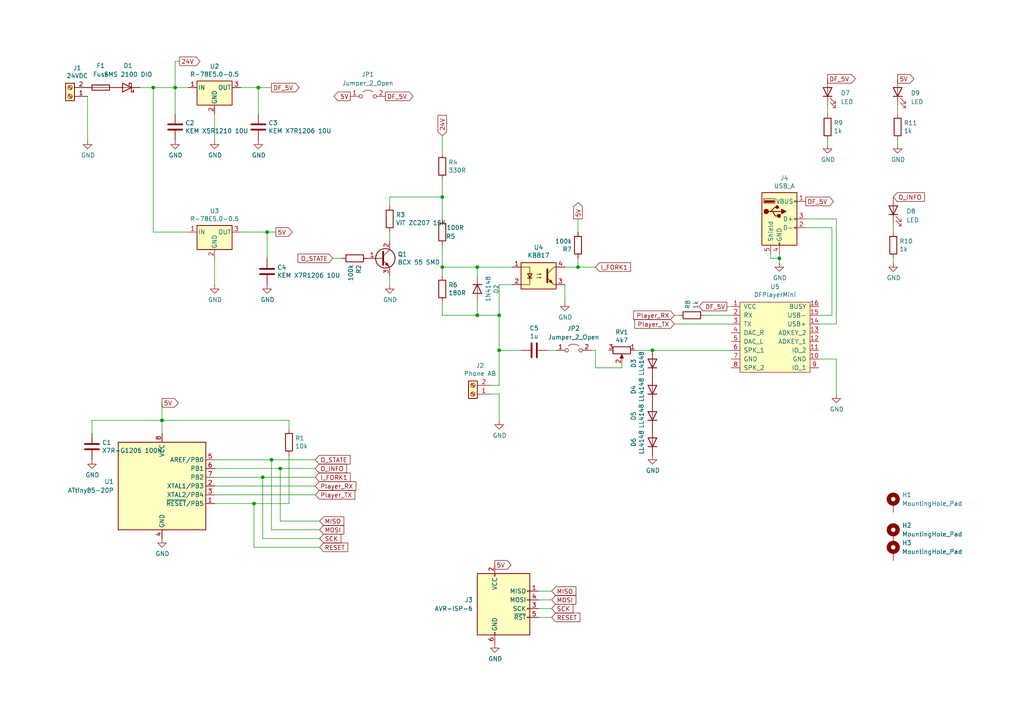
<source format=kicad_sch>
(kicad_sch (version 20211123) (generator eeschema)
  (paper "A4")
  (lib_symbols
    (symbol "Connector:AVR-ISP-6" (pin_names (offset 1.016))
      (property "Reference" "J" (at -6.35 11.43 0))
      (property "Value" "AVR-ISP-6" (at 0 11.43 0))
      (symbol "AVR-ISP-6_0_1"
        (rectangle (start -2.667 -6.858) (end -2.413 -7.62))
        (rectangle (start -2.667 10.16) (end -2.413 9.398))
        (rectangle (start 7.62 -2.413) (end 6.858 -2.667))
        (rectangle (start 7.62 0.127) (end 6.858 -0.127))
        (rectangle (start 7.62 2.667) (end 6.858 2.413))
        (rectangle (start 7.62 5.207) (end 6.858 4.953))
        (rectangle (start 7.62 10.16) (end -7.62 -7.62) (stroke (width 0.254)) (fill (type background)))
      )
      (symbol "AVR-ISP-6_1_1"
        (pin passive line (at 10.16 5.08 180) (length 2.54) (name "MISO") (number "1"))
        (pin passive line (at -2.54 12.7 270) (length 2.54) (name "VCC") (number "2"))
        (pin passive line (at 10.16 0 180) (length 2.54) (name "SCK") (number "3"))
        (pin passive line (at 10.16 2.54 180) (length 2.54) (name "MOSI") (number "4"))
        (pin passive line (at 10.16 -2.54 180) (length 2.54) (name "~{RST}") (number "5"))
        (pin passive line (at -2.54 -10.16 90) (length 2.54) (name "GND") (number "6"))
      )
    )
    (symbol "Connector:Screw_Terminal_01x02" (pin_names (offset 1.016) hide)
      (property "Reference" "J" (at 0 2.54 0))
      (property "Value" "Screw_Terminal_01x02" (at 0 -5.08 0))
      (symbol "Screw_Terminal_01x02_1_1"
        (rectangle (start -1.27 1.27) (end 1.27 -3.81) (stroke (width 0.254)) (fill (type background)))
        (circle (center 0 -2.54) (radius 0.635) (stroke (width 0.1524)))
        (polyline (pts (xy -0.5334 -2.2098) (xy 0.3302 -3.048)) (stroke (width 0.1524)))
        (polyline (pts (xy -0.5334 0.3302) (xy 0.3302 -0.508)) (stroke (width 0.1524)))
        (polyline (pts (xy -0.3556 -2.032) (xy 0.508 -2.8702)) (stroke (width 0.1524)))
        (polyline (pts (xy -0.3556 0.508) (xy 0.508 -0.3302)) (stroke (width 0.1524)))
        (circle (center 0 0) (radius 0.635) (stroke (width 0.1524)))
        (pin passive line (at -5.08 0 0) (length 3.81) (name "Pin_1") (number "1"))
        (pin passive line (at -5.08 -2.54 0) (length 3.81) (name "Pin_2") (number "2"))
      )
    )
    (symbol "Connector:USB_A" (pin_names (offset 1.016))
      (property "Reference" "J" (at -5.08 11.43 0))
      (property "Value" "USB_A" (at -5.08 8.89 0))
      (symbol "USB_A_0_1"
        (rectangle (start -5.08 -7.62) (end 5.08 7.62) (stroke (width 0.254)) (fill (type background)))
        (circle (center -3.81 2.159) (radius 0.635) (stroke (width 0.254)) (fill (type outline)))
        (rectangle (start -1.524 4.826) (end -4.318 5.334) (fill (type outline)))
        (rectangle (start -1.27 4.572) (end -4.572 5.842))
        (circle (center -0.635 3.429) (radius 0.381) (stroke (width 0.254)) (fill (type outline)))
        (rectangle (start -0.127 -7.62) (end 0.127 -6.858))
        (polyline (pts (xy -3.175 2.159) (xy -2.54 2.159) (xy -1.27 3.429) (xy -0.635 3.429)) (stroke (width 0.254)))
        (polyline (pts (xy -2.54 2.159) (xy -1.905 2.159) (xy -1.27 0.889) (xy 0 0.889)) (stroke (width 0.254)))
        (polyline (pts (xy 0.635 2.794) (xy 0.635 1.524) (xy 1.905 2.159) (xy 0.635 2.794)) (stroke (width 0.254)) (fill (type outline)))
        (rectangle (start 0.254 1.27) (end -0.508 0.508) (stroke (width 0.254)) (fill (type outline)))
        (rectangle (start 5.08 -2.667) (end 4.318 -2.413))
        (rectangle (start 5.08 -0.127) (end 4.318 0.127))
        (rectangle (start 5.08 4.953) (end 4.318 5.207))
      )
      (symbol "USB_A_1_1"
        (polyline (pts (xy -1.905 2.159) (xy 0.635 2.159)) (stroke (width 0.254)))
        (pin power_in line (at 7.62 5.08 180) (length 2.54) (name "VBUS") (number "1"))
        (pin bidirectional line (at 7.62 -2.54 180) (length 2.54) (name "D-") (number "2"))
        (pin bidirectional line (at 7.62 0 180) (length 2.54) (name "D+") (number "3"))
        (pin power_in line (at 0 -10.16 90) (length 2.54) (name "GND") (number "4"))
        (pin passive line (at -2.54 -10.16 90) (length 2.54) (name "Shield") (number "5"))
      )
    )
    (symbol "Device:C" (pin_numbers hide) (pin_names (offset 0.254))
      (property "Reference" "C" (at 0.635 2.54 0))
      (property "Value" "C" (at 0.635 -2.54 0))
      (symbol "C_0_1"
        (polyline (pts (xy -2.032 -0.762) (xy 2.032 -0.762)) (stroke (width 0.508)))
        (polyline (pts (xy -2.032 0.762) (xy 2.032 0.762)) (stroke (width 0.508)))
      )
      (symbol "C_1_1"
        (pin passive line (at 0 3.81 270) (length 2.794) (name "~") (number "1"))
        (pin passive line (at 0 -3.81 90) (length 2.794) (name "~") (number "2"))
      )
    )
    (symbol "Device:D_Schottky" (pin_numbers hide) (pin_names (offset 1.016) hide)
      (property "Reference" "D" (at 0 2.54 0))
      (property "Value" "D_Schottky" (at 0 -2.54 0))
      (symbol "D_Schottky_0_1"
        (polyline (pts (xy 1.27 0) (xy -1.27 0)))
        (polyline (pts (xy 1.27 1.27) (xy 1.27 -1.27) (xy -1.27 0) (xy 1.27 1.27)) (stroke (width 0.254)))
        (polyline (pts (xy -1.905 0.635) (xy -1.905 1.27) (xy -1.27 1.27) (xy -1.27 -1.27) (xy -0.635 -1.27) (xy -0.635 -0.635)) (stroke (width 0.254)))
      )
      (symbol "D_Schottky_1_1"
        (pin passive line (at -3.81 0 0) (length 2.54) (name "K") (number "1"))
        (pin passive line (at 3.81 0 180) (length 2.54) (name "A") (number "2"))
      )
    )
    (symbol "Device:Fuse" (pin_numbers hide) (pin_names (offset 0))
      (property "Reference" "F" (at 2.032 0 90))
      (property "Value" "Fuse" (at -1.905 0 90))
      (symbol "Fuse_0_1"
        (rectangle (start -0.762 -2.54) (end 0.762 2.54) (stroke (width 0.254)))
        (polyline (pts (xy 0 2.54) (xy 0 -2.54)))
      )
      (symbol "Fuse_1_1"
        (pin passive line (at 0 3.81 270) (length 1.27) (name "~") (number "1"))
        (pin passive line (at 0 -3.81 90) (length 1.27) (name "~") (number "2"))
      )
    )
    (symbol "Device:LED" (pin_numbers hide) (pin_names (offset 1.016) hide)
      (property "Reference" "D" (at 0 2.54 0))
      (property "Value" "LED" (at 0 -2.54 0))
      (symbol "LED_0_1"
        (polyline (pts (xy -1.27 -1.27) (xy -1.27 1.27)) (stroke (width 0.254)))
        (polyline (pts (xy -1.27 0) (xy 1.27 0)))
        (polyline (pts (xy 1.27 -1.27) (xy 1.27 1.27) (xy -1.27 0) (xy 1.27 -1.27)) (stroke (width 0.254)))
        (polyline (pts (xy -3.048 -0.762) (xy -4.572 -2.286) (xy -3.81 -2.286) (xy -4.572 -2.286) (xy -4.572 -1.524)))
        (polyline (pts (xy -1.778 -0.762) (xy -3.302 -2.286) (xy -2.54 -2.286) (xy -3.302 -2.286) (xy -3.302 -1.524)))
      )
      (symbol "LED_1_1"
        (pin passive line (at -3.81 0 0) (length 2.54) (name "K") (number "1"))
        (pin passive line (at 3.81 0 180) (length 2.54) (name "A") (number "2"))
      )
    )
    (symbol "Device:R" (pin_numbers hide) (pin_names (offset 0))
      (property "Reference" "R" (at 2.032 0 90))
      (property "Value" "R" (at 0 0 90))
      (symbol "R_0_1"
        (rectangle (start -1.016 -2.54) (end 1.016 2.54) (stroke (width 0.254)))
      )
      (symbol "R_1_1"
        (pin passive line (at 0 3.81 270) (length 1.27) (name "~") (number "1"))
        (pin passive line (at 0 -3.81 90) (length 1.27) (name "~") (number "2"))
      )
    )
    (symbol "Device:R_POT" (pin_names (offset 1.016) hide)
      (property "Reference" "RV" (at -4.445 0 90))
      (property "Value" "Device_R_POT" (at -2.54 0 90))
      (symbol "R_POT_0_1"
        (polyline (pts (xy 2.54 0) (xy 1.524 0)))
        (polyline (pts (xy 1.143 0) (xy 2.286 0.508) (xy 2.286 -0.508) (xy 1.143 0)) (fill (type outline)))
        (rectangle (start 1.016 2.54) (end -1.016 -2.54) (stroke (width 0.254)))
      )
      (symbol "R_POT_1_1"
        (pin passive line (at 0 3.81 270) (length 1.27) (name "1") (number "1"))
        (pin passive line (at 3.81 0 180) (length 1.27) (name "2") (number "2"))
        (pin passive line (at 0 -3.81 90) (length 1.27) (name "3") (number "3"))
      )
    )
    (symbol "Diode:1N4148" (pin_numbers hide) (pin_names (offset 1.016) hide)
      (property "Reference" "D" (at 0 2.54 0))
      (property "Value" "1N4148" (at 0 -2.54 0))
      (symbol "1N4148_0_1"
        (polyline (pts (xy -1.27 1.27) (xy -1.27 -1.27)) (stroke (width 0.254)))
        (polyline (pts (xy 1.27 0) (xy -1.27 0)))
        (polyline (pts (xy 1.27 1.27) (xy 1.27 -1.27) (xy -1.27 0) (xy 1.27 1.27)) (stroke (width 0.254)))
      )
      (symbol "1N4148_1_1"
        (pin passive line (at -3.81 0 0) (length 2.54) (name "K") (number "1"))
        (pin passive line (at 3.81 0 180) (length 2.54) (name "A") (number "2"))
      )
    )
    (symbol "Isolator:SFH617A-1" (pin_names (offset 1.016))
      (property "Reference" "U" (at -5.08 5.08 0))
      (property "Value" "SFH617A-1" (at 0 5.08 0))
      (symbol "SFH617A-1_0_1"
        (rectangle (start -5.08 3.81) (end 5.08 -3.81) (stroke (width 0.254)) (fill (type background)))
        (polyline (pts (xy -3.175 -0.635) (xy -1.905 -0.635)) (stroke (width 0.254)))
        (polyline (pts (xy 2.54 0.635) (xy 4.445 2.54)))
        (polyline (pts (xy 4.445 -2.54) (xy 2.54 -0.635)) (fill (type outline)))
        (polyline (pts (xy 4.445 -2.54) (xy 5.08 -2.54)))
        (polyline (pts (xy 4.445 2.54) (xy 5.08 2.54)))
        (polyline (pts (xy -2.54 -0.635) (xy -2.54 -2.54) (xy -5.08 -2.54)))
        (polyline (pts (xy 2.54 1.905) (xy 2.54 -1.905) (xy 2.54 -1.905)) (stroke (width 0.508)))
        (polyline (pts (xy -5.08 2.54) (xy -2.54 2.54) (xy -2.54 -1.27) (xy -2.54 0.635)))
        (polyline (pts (xy -2.54 -0.635) (xy -3.175 0.635) (xy -1.905 0.635) (xy -2.54 -0.635)) (stroke (width 0.254)))
        (polyline (pts (xy -0.508 -0.508) (xy 0.762 -0.508) (xy 0.381 -0.635) (xy 0.381 -0.381) (xy 0.762 -0.508)))
        (polyline (pts (xy -0.508 0.508) (xy 0.762 0.508) (xy 0.381 0.381) (xy 0.381 0.635) (xy 0.762 0.508)))
        (polyline (pts (xy 3.048 -1.651) (xy 3.556 -1.143) (xy 4.064 -2.159) (xy 3.048 -1.651) (xy 3.048 -1.651)) (fill (type outline)))
      )
      (symbol "SFH617A-1_1_1"
        (pin passive line (at -7.62 2.54 0) (length 2.54) (name "~") (number "1"))
        (pin passive line (at -7.62 -2.54 0) (length 2.54) (name "~") (number "2"))
        (pin passive line (at 7.62 -2.54 180) (length 2.54) (name "~") (number "3"))
        (pin passive line (at 7.62 2.54 180) (length 2.54) (name "~") (number "4"))
      )
    )
    (symbol "Jumper:Jumper_2_Open" (pin_names (offset 0) hide)
      (property "Reference" "JP" (at 0 2.794 0))
      (property "Value" "Jumper_2_Open" (at 0 -2.286 0))
      (symbol "Jumper_2_Open_0_0"
        (circle (center -2.032 0) (radius 0.508))
        (circle (center 2.032 0) (radius 0.508))
      )
      (symbol "Jumper_2_Open_0_1"
        (arc (start 1.524 1.27) (mid 0 1.778) (end -1.524 1.27))
      )
      (symbol "Jumper_2_Open_1_1"
        (pin passive line (at -5.08 0 0) (length 2.54) (name "A") (number "1"))
        (pin passive line (at 5.08 0 180) (length 2.54) (name "B") (number "2"))
      )
    )
    (symbol "MCU_Microchip_ATtiny:ATtiny85-20P"
      (property "Reference" "U" (at -12.7 13.97 0))
      (property "Value" "ATtiny85-20P" (at 2.54 -13.97 0))
      (symbol "ATtiny85-20P_0_1"
        (rectangle (start -12.7 -12.7) (end 12.7 12.7) (stroke (width 0.254)) (fill (type background)))
      )
      (symbol "ATtiny85-20P_1_1"
        (pin bidirectional line (at 15.24 -5.08 180) (length 2.54) (name "~{RESET}/PB5") (number "1"))
        (pin bidirectional line (at 15.24 0 180) (length 2.54) (name "XTAL1/PB3") (number "2"))
        (pin bidirectional line (at 15.24 -2.54 180) (length 2.54) (name "XTAL2/PB4") (number "3"))
        (pin power_in line (at 0 -15.24 90) (length 2.54) (name "GND") (number "4"))
        (pin bidirectional line (at 15.24 7.62 180) (length 2.54) (name "AREF/PB0") (number "5"))
        (pin bidirectional line (at 15.24 5.08 180) (length 2.54) (name "PB1") (number "6"))
        (pin bidirectional line (at 15.24 2.54 180) (length 2.54) (name "PB2") (number "7"))
        (pin power_in line (at 0 15.24 270) (length 2.54) (name "VCC") (number "8"))
      )
    )
    (symbol "Mechanical:MountingHole_Pad" (pin_numbers hide) (pin_names (offset 1.016) hide)
      (property "Reference" "H" (at 0 6.35 0))
      (property "Value" "MountingHole_Pad" (at 0 4.445 0))
      (symbol "MountingHole_Pad_0_1"
        (circle (center 0 1.27) (radius 1.27) (stroke (width 1.27)))
      )
      (symbol "MountingHole_Pad_1_1"
        (pin input line (at 0 -2.54 90) (length 2.54) (name "1") (number "1"))
      )
    )
    (symbol "Regulator_Switching:R-78E5.0-0.5" (pin_names (offset 0.254))
      (property "Reference" "U" (at -3.81 3.175 0))
      (property "Value" "R-78E5.0-0.5" (at 0 3.175 0))
      (symbol "R-78E5.0-0.5_0_1"
        (rectangle (start -5.08 1.905) (end 5.08 -5.08) (stroke (width 0.254)) (fill (type background)))
      )
      (symbol "R-78E5.0-0.5_1_1"
        (pin power_in line (at -7.62 0 0) (length 2.54) (name "IN") (number "1"))
        (pin power_in line (at 0 -7.62 90) (length 2.54) (name "GND") (number "2"))
        (pin power_out line (at 7.62 0 180) (length 2.54) (name "OUT") (number "3"))
      )
    )
    (symbol "Transistor_BJT:BC550" (pin_names (offset 0) hide)
      (property "Reference" "Q1" (at 4.8514 1.1684 0))
      (property "Value" "BCX 55 SMD" (at 4.8514 -1.143 0))
      (symbol "BC550_0_1"
        (polyline (pts (xy 0 0) (xy 0.635 0)))
        (polyline (pts (xy 0.635 0.635) (xy 2.54 2.54)))
        (polyline (pts (xy 0.635 -0.635) (xy 2.54 -2.54) (xy 2.54 -2.54)))
        (polyline (pts (xy 0.635 1.905) (xy 0.635 -1.905) (xy 0.635 -1.905)) (stroke (width 0.508)))
        (polyline (pts (xy 1.27 -1.778) (xy 1.778 -1.27) (xy 2.286 -2.286) (xy 1.27 -1.778) (xy 1.27 -1.778)) (fill (type outline)))
        (circle (center 1.27 0) (radius 2.8194) (stroke (width 0.254)))
      )
      (symbol "BC550_1_1"
        (pin input line (at -5.08 0 0) (length 5.08) (name "B") (number "1"))
        (pin passive line (at 2.54 5.08 270) (length 2.54) (name "C") (number "2"))
        (pin passive line (at 2.54 -5.08 90) (length 2.54) (name "E") (number "3"))
      )
    )
    (symbol "power:GND" (power) (pin_names (offset 0))
      (property "Value" "GND" (at 0 -3.81 0))
      (symbol "GND_0_1"
        (polyline (pts (xy 0 0) (xy 0 -1.27) (xy 1.27 -1.27) (xy 0 -2.54) (xy -1.27 -1.27) (xy 0 -1.27)))
      )
      (symbol "GND_1_1"
        (pin power_in line (at 0 0 270) (length 0) hide (name "GND") (number "1"))
      )
    )
    (symbol "simonwidmer:DFPlayerMini" (pin_names (offset 1.016))
      (property "Reference" "U" (at -10.16 12.7 0))
      (property "Value" "simonwidmer_DFPlayerMini" (at 5.08 -12.7 0))
      (symbol "DFPlayerMini_0_1"
        (rectangle (start -10.16 10.16) (end 10.16 -10.16) (fill (type background)))
      )
      (symbol "DFPlayerMini_1_1"
        (pin power_in line (at -12.7 8.89 0) (length 2.54) (name "VCC") (number "1"))
        (pin bidirectional line (at 12.7 -6.35 180) (length 2.54) (name "GND") (number "10"))
        (pin bidirectional line (at 12.7 -3.81 180) (length 2.54) (name "IO_2") (number "11"))
        (pin bidirectional line (at 12.7 -1.27 180) (length 2.54) (name "ADKEY_1") (number "12"))
        (pin bidirectional line (at 12.7 1.27 180) (length 2.54) (name "ADKEY_2") (number "13"))
        (pin bidirectional line (at 12.7 3.81 180) (length 2.54) (name "USB+") (number "14"))
        (pin bidirectional line (at 12.7 6.35 180) (length 2.54) (name "USB-") (number "15"))
        (pin bidirectional line (at 12.7 8.89 180) (length 2.54) (name "BUSY") (number "16"))
        (pin input line (at -12.7 6.35 0) (length 2.54) (name "RX") (number "2"))
        (pin output line (at -12.7 3.81 0) (length 2.54) (name "TX") (number "3"))
        (pin output line (at -12.7 1.27 0) (length 2.54) (name "DAC_R") (number "4"))
        (pin output line (at -12.7 -1.27 0) (length 2.54) (name "DAC_L") (number "5"))
        (pin output line (at -12.7 -3.81 0) (length 2.54) (name "SPK_1") (number "6"))
        (pin bidirectional line (at -12.7 -6.35 0) (length 2.54) (name "GND") (number "7"))
        (pin output line (at -12.7 -8.89 0) (length 2.54) (name "SPK_2") (number "8"))
        (pin bidirectional line (at 12.7 -8.89 180) (length 2.54) (name "IO_1") (number "9"))
      )
    )
  )
  (junction (at 144.78 91.44))
  (junction (at 189.23 101.6))
  (junction (at 44.45 25.4))
  (junction (at 46.99 121.92))
  (junction (at 167.64 77.47))
  (junction (at 144.78 101.6))
  (junction (at 76.2 138.43))
  (junction (at 138.43 77.47))
  (junction (at 50.8 25.4))
  (junction (at 78.74 133.35))
  (junction (at 74.93 25.4))
  (junction (at 73.66 146.05))
  (junction (at 77.47 67.31))
  (junction (at 81.28 135.89))
  (junction (at 138.43 91.44))
  (junction (at 226.06 74.93))
  (junction (at 128.27 57.15))
  (junction (at 128.27 77.47))
  (wire (pts (xy 128.27 52.07) (xy 128.27 57.15)))
  (wire (pts (xy 46.99 121.92) (xy 46.99 125.73)))
  (wire (pts (xy 156.21 179.07) (xy 160.02 179.07)))
  (wire (pts (xy 62.23 74.93) (xy 62.23 82.55)))
  (wire (pts (xy 156.21 173.99) (xy 160.02 173.99)))
  (wire (pts (xy 144.78 82.55) (xy 144.78 91.44)))
  (wire (pts (xy 78.74 153.67) (xy 92.71 153.67)))
  (wire (pts (xy 240.03 30.48) (xy 240.03 33.02)))
  (wire (pts (xy 44.45 25.4) (xy 50.8 25.4)))
  (wire (pts (xy 91.44 138.43) (xy 76.2 138.43)))
  (wire (pts (xy 223.52 74.93) (xy 226.06 74.93)))
  (wire (pts (xy 156.21 171.45) (xy 160.02 171.45)))
  (wire (pts (xy 78.74 133.35) (xy 62.23 133.35)))
  (wire (pts (xy 260.35 40.64) (xy 260.35 41.91)))
  (wire (pts (xy 44.45 67.31) (xy 54.61 67.31)))
  (wire (pts (xy 167.64 63.5) (xy 167.64 67.31)))
  (wire (pts (xy 223.52 73.66) (xy 223.52 74.93)))
  (wire (pts (xy 260.35 30.48) (xy 260.35 33.02)))
  (wire (pts (xy 195.58 91.44) (xy 196.85 91.44)))
  (wire (pts (xy 26.67 125.73) (xy 26.67 121.92)))
  (wire (pts (xy 128.27 39.37) (xy 128.27 44.45)))
  (wire (pts (xy 212.09 91.44) (xy 204.47 91.44)))
  (wire (pts (xy 73.66 158.75) (xy 92.71 158.75)))
  (wire (pts (xy 151.13 101.6) (xy 144.78 101.6)))
  (wire (pts (xy 128.27 87.63) (xy 128.27 91.44)))
  (wire (pts (xy 138.43 91.44) (xy 138.43 87.63)))
  (wire (pts (xy 242.57 93.98) (xy 242.57 63.5)))
  (wire (pts (xy 242.57 63.5) (xy 233.68 63.5)))
  (wire (pts (xy 241.3 66.04) (xy 241.3 91.44)))
  (wire (pts (xy 210.82 88.9) (xy 212.09 88.9)))
  (wire (pts (xy 172.72 106.68) (xy 172.72 101.6)))
  (wire (pts (xy 26.67 121.92) (xy 46.99 121.92)))
  (wire (pts (xy 77.47 67.31) (xy 80.01 67.31)))
  (wire (pts (xy 81.28 151.13) (xy 92.71 151.13)))
  (wire (pts (xy 226.06 73.66) (xy 226.06 74.93)))
  (wire (pts (xy 163.83 77.47) (xy 167.64 77.47)))
  (wire (pts (xy 148.59 77.47) (xy 138.43 77.47)))
  (wire (pts (xy 96.52 74.93) (xy 99.06 74.93)))
  (wire (pts (xy 184.15 101.6) (xy 189.23 101.6)))
  (wire (pts (xy 91.44 143.51) (xy 62.23 143.51)))
  (wire (pts (xy 69.85 67.31) (xy 77.47 67.31)))
  (wire (pts (xy 76.2 156.21) (xy 92.71 156.21)))
  (wire (pts (xy 259.08 64.77) (xy 259.08 67.31)))
  (wire (pts (xy 73.66 158.75) (xy 73.66 146.05)))
  (wire (pts (xy 144.78 114.3) (xy 144.78 121.92)))
  (wire (pts (xy 156.21 176.53) (xy 160.02 176.53)))
  (wire (pts (xy 78.74 153.67) (xy 78.74 133.35)))
  (wire (pts (xy 76.2 156.21) (xy 76.2 138.43)))
  (wire (pts (xy 77.47 74.93) (xy 77.47 67.31)))
  (wire (pts (xy 167.64 77.47) (xy 172.72 77.47)))
  (wire (pts (xy 113.03 57.15) (xy 128.27 57.15)))
  (wire (pts (xy 128.27 71.12) (xy 128.27 77.47)))
  (wire (pts (xy 91.44 133.35) (xy 78.74 133.35)))
  (wire (pts (xy 81.28 135.89) (xy 62.23 135.89)))
  (wire (pts (xy 25.4 40.64) (xy 25.4 27.94)))
  (wire (pts (xy 241.3 91.44) (xy 237.49 91.44)))
  (wire (pts (xy 74.93 25.4) (xy 78.74 25.4)))
  (wire (pts (xy 74.93 25.4) (xy 69.85 25.4)))
  (wire (pts (xy 113.03 80.01) (xy 113.03 82.55)))
  (wire (pts (xy 128.27 77.47) (xy 128.27 80.01)))
  (wire (pts (xy 180.34 106.68) (xy 172.72 106.68)))
  (wire (pts (xy 83.82 146.05) (xy 73.66 146.05)))
  (wire (pts (xy 54.61 25.4) (xy 50.8 25.4)))
  (wire (pts (xy 144.78 101.6) (xy 144.78 111.76)))
  (wire (pts (xy 144.78 91.44) (xy 144.78 101.6)))
  (wire (pts (xy 195.58 93.98) (xy 212.09 93.98)))
  (wire (pts (xy 144.78 91.44) (xy 138.43 91.44)))
  (wire (pts (xy 242.57 104.14) (xy 242.57 114.3)))
  (wire (pts (xy 171.45 101.6) (xy 172.72 101.6)))
  (wire (pts (xy 52.07 17.78) (xy 50.8 17.78)))
  (wire (pts (xy 44.45 25.4) (xy 44.45 67.31)))
  (wire (pts (xy 62.23 33.02) (xy 62.23 40.64)))
  (wire (pts (xy 138.43 77.47) (xy 128.27 77.47)))
  (wire (pts (xy 46.99 116.84) (xy 46.99 121.92)))
  (wire (pts (xy 144.78 111.76) (xy 142.24 111.76)))
  (wire (pts (xy 128.27 91.44) (xy 138.43 91.44)))
  (wire (pts (xy 189.23 101.6) (xy 212.09 101.6)))
  (wire (pts (xy 167.64 74.93) (xy 167.64 77.47)))
  (wire (pts (xy 76.2 138.43) (xy 62.23 138.43)))
  (wire (pts (xy 113.03 59.69) (xy 113.03 57.15)))
  (wire (pts (xy 83.82 132.08) (xy 83.82 146.05)))
  (wire (pts (xy 180.34 105.41) (xy 180.34 106.68)))
  (wire (pts (xy 113.03 67.31) (xy 113.03 69.85)))
  (wire (pts (xy 128.27 63.5) (xy 128.27 57.15)))
  (wire (pts (xy 148.59 82.55) (xy 144.78 82.55)))
  (wire (pts (xy 91.44 135.89) (xy 81.28 135.89)))
  (wire (pts (xy 237.49 104.14) (xy 242.57 104.14)))
  (wire (pts (xy 233.68 66.04) (xy 241.3 66.04)))
  (wire (pts (xy 161.29 101.6) (xy 158.75 101.6)))
  (wire (pts (xy 50.8 17.78) (xy 50.8 25.4)))
  (wire (pts (xy 83.82 124.46) (xy 83.82 121.92)))
  (wire (pts (xy 237.49 93.98) (xy 242.57 93.98)))
  (wire (pts (xy 83.82 121.92) (xy 46.99 121.92)))
  (wire (pts (xy 40.64 25.4) (xy 44.45 25.4)))
  (wire (pts (xy 106.68 74.93) (xy 105.41 74.93)))
  (wire (pts (xy 138.43 77.47) (xy 138.43 80.01)))
  (wire (pts (xy 91.44 140.97) (xy 62.23 140.97)))
  (wire (pts (xy 73.66 146.05) (xy 62.23 146.05)))
  (wire (pts (xy 142.24 114.3) (xy 144.78 114.3)))
  (wire (pts (xy 240.03 40.64) (xy 240.03 41.91)))
  (wire (pts (xy 74.93 33.02) (xy 74.93 25.4)))
  (wire (pts (xy 50.8 33.02) (xy 50.8 25.4)))
  (wire (pts (xy 259.08 74.93) (xy 259.08 76.2)))
  (wire (pts (xy 226.06 74.93) (xy 226.06 76.2)))
  (wire (pts (xy 81.28 151.13) (xy 81.28 135.89)))
  (wire (pts (xy 163.83 82.55) (xy 163.83 87.63)))
  (global_label "5V" (shape output) (at 143.51 163.83 0) (property "Referenzen zwischen Schaltplänen" "${INTERSHEET_REFS}" (effects hide)))
  (global_label "DF_5V" (shape output) (at 111.76 27.94 0) (property "Referenzen zwischen Schaltplänen" "${INTERSHEET_REFS}" (effects hide)))
  (global_label "Player_TX" (shape input) (at 195.58 93.98 180) (property "Referenzen zwischen Schaltplänen" "${INTERSHEET_REFS}" (effects hide)))
  (global_label "SCK" (shape input) (at 160.02 176.53 0) (property "Referenzen zwischen Schaltplänen" "${INTERSHEET_REFS}" (effects hide)))
  (global_label "I_FORK1" (shape input) (at 91.44 138.43 0) (property "Referenzen zwischen Schaltplänen" "${INTERSHEET_REFS}" (effects hide)))
  (global_label "RESET" (shape input) (at 160.02 179.07 0) (property "Referenzen zwischen Schaltplänen" "${INTERSHEET_REFS}" (effects hide)))
  (global_label "5V" (shape output) (at 260.35 22.86 0) (property "Referenzen zwischen Schaltplänen" "${INTERSHEET_REFS}" (effects hide)))
  (global_label "24V" (shape output) (at 52.07 17.78 0) (property "Referenzen zwischen Schaltplänen" "${INTERSHEET_REFS}" (effects hide)))
  (global_label "Player_TX" (shape input) (at 91.44 143.51 0) (property "Referenzen zwischen Schaltplänen" "${INTERSHEET_REFS}" (effects hide)))
  (global_label "DF_5V" (shape output) (at 233.68 58.42 0) (property "Referenzen zwischen Schaltplänen" "${INTERSHEET_REFS}" (effects hide)))
  (global_label "Player_RX" (shape input) (at 91.44 140.97 0) (property "Referenzen zwischen Schaltplänen" "${INTERSHEET_REFS}" (effects hide)))
  (global_label "O_STATE" (shape input) (at 96.52 74.93 180) (property "Referenzen zwischen Schaltplänen" "${INTERSHEET_REFS}" (effects hide)))
  (global_label "MOSI" (shape input) (at 160.02 173.99 0) (property "Referenzen zwischen Schaltplänen" "${INTERSHEET_REFS}" (effects hide)))
  (global_label "O_INFO" (shape input) (at 259.08 57.15 0) (property "Referenzen zwischen Schaltplänen" "${INTERSHEET_REFS}" (effects hide)))
  (global_label "DF_5V" (shape output) (at 240.03 22.86 0) (property "Referenzen zwischen Schaltplänen" "${INTERSHEET_REFS}" (effects hide)))
  (global_label "24V" (shape input) (at 128.27 39.37 90) (property "Referenzen zwischen Schaltplänen" "${INTERSHEET_REFS}" (effects hide)))
  (global_label "I_FORK1" (shape input) (at 172.72 77.47 0) (property "Referenzen zwischen Schaltplänen" "${INTERSHEET_REFS}" (effects hide)))
  (global_label "DF_5V" (shape output) (at 78.74 25.4 0) (property "Referenzen zwischen Schaltplänen" "${INTERSHEET_REFS}" (effects hide)))
  (global_label "RESET" (shape input) (at 92.71 158.75 0) (property "Referenzen zwischen Schaltplänen" "${INTERSHEET_REFS}" (effects hide)))
  (global_label "SCK" (shape input) (at 92.71 156.21 0) (property "Referenzen zwischen Schaltplänen" "${INTERSHEET_REFS}" (effects hide)))
  (global_label "5V" (shape output) (at 167.64 63.5 90) (property "Referenzen zwischen Schaltplänen" "${INTERSHEET_REFS}" (effects hide)))
  (global_label "MISO" (shape input) (at 92.71 151.13 0) (property "Referenzen zwischen Schaltplänen" "${INTERSHEET_REFS}" (effects hide)))
  (global_label "Player_RX" (shape input) (at 195.58 91.44 180) (property "Referenzen zwischen Schaltplänen" "${INTERSHEET_REFS}" (effects hide)))
  (global_label "DF_5V" (shape output) (at 210.82 88.9 180) (property "Referenzen zwischen Schaltplänen" "${INTERSHEET_REFS}" (effects hide)))
  (global_label "5V" (shape output) (at 101.6 27.94 180) (property "Referenzen zwischen Schaltplänen" "${INTERSHEET_REFS}" (effects hide)))
  (global_label "MOSI" (shape input) (at 92.71 153.67 0) (property "Referenzen zwischen Schaltplänen" "${INTERSHEET_REFS}" (effects hide)))
  (global_label "5V" (shape output) (at 46.99 116.84 0) (property "Referenzen zwischen Schaltplänen" "${INTERSHEET_REFS}" (effects hide)))
  (global_label "O_STATE" (shape input) (at 91.44 133.35 0) (property "Referenzen zwischen Schaltplänen" "${INTERSHEET_REFS}" (effects hide)))
  (global_label "5V" (shape output) (at 80.01 67.31 0) (property "Referenzen zwischen Schaltplänen" "${INTERSHEET_REFS}" (effects hide)))
  (global_label "MISO" (shape input) (at 160.02 171.45 0) (property "Referenzen zwischen Schaltplänen" "${INTERSHEET_REFS}" (effects hide)))
  (global_label "O_INFO" (shape input) (at 91.44 135.89 0) (property "Referenzen zwischen Schaltplänen" "${INTERSHEET_REFS}" (effects hide)))
  (symbol (lib_id "Transistor_BJT:BC550") (at 110.49 74.93 0) (unit 1)
    (property "Reference" "Q1" (at 115.3414 73.7616 0) (effects (justify left)))
    (property "Value" "BCX 55 SMD" (at 115.3414 76.073 0) (effects (justify left)))
    (property "Footprint" "Package_TO_SOT_SMD:SOT-89-3_Handsoldering" (effects hide))
    (property "Datasheet" "http://www.fairchildsemi.com/ds/BC/BC547.pdf" (effects hide))
  )
  (symbol (lib_id "Device:R") (at 113.03 63.5 0) (unit 1)
    (property "Reference" "R3" (at 114.808 62.3316 0) (effects (justify left)))
    (property "Value" "VIT ZC207 15K" (at 114.808 64.643 0) (effects (justify left)))
    (property "Footprint" "Resistor_SMD:R_MELF_MMB-0207" (effects hide))
  )
  (symbol (lib_id "Diode:1N4148") (at 138.43 83.82 270) (unit 1)
    (property "Reference" "D2" (at 143.9164 83.82 0))
    (property "Value" "1N4148" (at 141.605 83.82 0))
    (property "Footprint" "Diode_SMD:D_MiniMELF_Handsoldering" (effects hide))
    (property "Datasheet" "https://assets.nexperia.com/documents/data-sheet/1N4148_1N4448.pdf" (effects hide))
  )
  (symbol (lib_id "Device:R") (at 128.27 83.82 0) (unit 1)
    (property "Reference" "R6" (at 130.048 82.6516 0) (effects (justify left)))
    (property "Value" "180R" (at 130.048 84.963 0) (effects (justify left)))
    (property "Footprint" "Resistor_SMD:R_0805_2012Metric_Pad1.20x1.40mm_HandSolder" (effects hide))
  )
  (symbol (lib_id "Device:R") (at 128.27 67.31 180) (unit 1)
    (property "Reference" "R5" (at 132.08 68.58 0) (effects (justify left)))
    (property "Value" "100R" (at 134.62 66.04 0) (effects (justify left)))
    (property "Footprint" "Resistor_SMD:R_0805_2012Metric_Pad1.20x1.40mm_HandSolder" (effects hide))
  )
  (symbol (lib_id "Isolator:SFH617A-1") (at 156.21 80.01 0) (unit 1)
    (property "Reference" "U4" (at 156.21 71.755 0))
    (property "Value" "KB817" (at 156.21 74.0664 0))
    (property "Footprint" "Package_DIP:DIP-4_W7.62mm" (effects hide))
    (property "Datasheet" "http://www.vishay.com/docs/83740/sfh617a.pdfhttps://pdf1.alldatasheet.com/datasheet-pdf/view/32432/TOSHIBA/TLP504A.html" (effects hide))
  )
  (symbol (lib_id "Device:C") (at 50.8 36.83 0) (unit 1)
    (property "Reference" "C2" (at 53.721 35.6616 0) (effects (justify left)))
    (property "Value" "KEM X5R1210 10U" (at 53.721 37.973 0) (effects (justify left)))
    (property "Footprint" "Capacitor_SMD:C_1210_3225Metric" (effects hide))
  )
  (symbol (lib_id "Device:C") (at 74.93 36.83 0) (unit 1)
    (property "Reference" "C3" (at 77.851 35.6616 0) (effects (justify left)))
    (property "Value" "KEM X7R1206 10U" (at 77.851 37.973 0) (effects (justify left)))
    (property "Footprint" "Capacitor_SMD:C_1206_3216Metric" (effects hide))
  )
  (symbol (lib_id "power:GND") (at 50.8 40.64 0) (unit 1)
    (property "Reference" "#PWR04" (effects hide))
    (property "Value" "GND" (at 50.927 45.0342 0))
  )
  (symbol (lib_id "power:GND") (at 74.93 40.64 0) (unit 1)
    (property "Reference" "#PWR07" (effects hide))
    (property "Value" "GND" (at 75.057 45.0342 0))
  )
  (symbol (lib_id "power:GND") (at 62.23 40.64 0) (unit 1)
    (property "Reference" "#PWR05" (effects hide))
    (property "Value" "GND" (at 62.357 45.0342 0))
  )
  (symbol (lib_id "Device:R") (at 102.87 74.93 270) (unit 1)
    (property "Reference" "R2" (at 104.0384 76.708 0) (effects (justify left)))
    (property "Value" "100k" (at 101.727 76.708 0) (effects (justify left)))
    (property "Footprint" "Resistor_SMD:R_0805_2012Metric_Pad1.20x1.40mm_HandSolder" (effects hide))
  )
  (symbol (lib_id "power:GND") (at 113.03 82.55 0) (unit 1)
    (property "Reference" "#PWR09" (effects hide))
    (property "Value" "GND" (at 113.157 86.9442 0))
  )
  (symbol (lib_id "Device:R") (at 128.27 48.26 0) (unit 1)
    (property "Reference" "R4" (at 130.048 47.0916 0) (effects (justify left)))
    (property "Value" "330R" (at 130.048 49.403 0) (effects (justify left)))
    (property "Footprint" "Resistor_SMD:R_0805_2012Metric_Pad1.20x1.40mm_HandSolder" (effects hide))
  )
  (symbol (lib_id "power:GND") (at 163.83 87.63 0) (unit 1)
    (property "Reference" "#PWR012" (effects hide))
    (property "Value" "GND" (at 163.957 92.0242 0))
  )
  (symbol (lib_id "Connector:Screw_Terminal_01x02") (at 137.16 114.3 180) (unit 1)
    (property "Reference" "J2" (at 139.2428 106.045 0))
    (property "Value" "Phone AB" (at 139.2428 108.3564 0))
    (property "Footprint" "Connector_PinSocket_2.54mm:PinSocket_1x02_P2.54mm_Vertical" (effects hide))
  )
  (symbol (lib_id "Device:R") (at 167.64 71.12 180) (unit 1)
    (property "Reference" "R7" (at 165.862 72.2884 0) (effects (justify left)))
    (property "Value" "100k" (at 165.862 69.977 0) (effects (justify left)))
    (property "Footprint" "Resistor_SMD:R_0805_2012Metric_Pad1.20x1.40mm_HandSolder" (effects hide))
  )
  (symbol (lib_id "Device:C") (at 154.94 101.6 270) (unit 1)
    (property "Reference" "C5" (at 154.94 95.1992 90))
    (property "Value" "1u" (at 154.94 97.5106 90))
    (property "Footprint" "Capacitor_THT:C_Rect_L4.6mm_W5.5mm_P2.50mm_MKS02_FKP02" (effects hide))
  )
  (symbol (lib_id "Connector:Screw_Terminal_01x02") (at 20.32 27.94 180) (unit 1)
    (property "Reference" "J1" (at 22.4028 19.685 0))
    (property "Value" "24VDC" (at 22.4028 21.9964 0))
    (property "Footprint" "Connector_PinSocket_2.54mm:PinSocket_1x02_P2.54mm_Vertical" (effects hide))
  )
  (symbol (lib_id "power:GND") (at 77.47 82.55 0) (unit 1)
    (property "Reference" "#PWR08" (effects hide))
    (property "Value" "GND" (at 77.597 86.9442 0))
  )
  (symbol (lib_id "power:GND") (at 62.23 82.55 0) (unit 1)
    (property "Reference" "#PWR06" (effects hide))
    (property "Value" "GND" (at 62.357 86.9442 0))
  )
  (symbol (lib_id "power:GND") (at 25.4 40.64 0) (unit 1)
    (property "Reference" "#PWR01" (effects hide))
    (property "Value" "GND" (at 25.527 45.0342 0))
  )
  (symbol (lib_id "power:GND") (at 144.78 121.92 0) (unit 1)
    (property "Reference" "#PWR011" (effects hide))
    (property "Value" "GND" (at 144.907 126.3142 0))
  )
  (symbol (lib_id "simonwidmer:DFPlayerMini") (at 224.79 97.79 0) (unit 1)
    (property "Reference" "U5" (at 224.79 83.185 0))
    (property "Value" "DFPlayerMini" (at 224.79 85.4964 0))
    (property "Footprint" "simonwidmer:DFPlayer_V2" (effects hide))
    (property "Datasheet" "https://wiki.dfrobot.com/DFPlayer_Mini_SKU_DFR0299" (effects hide))
  )
  (symbol (lib_id "power:GND") (at 242.57 114.3 0) (unit 1)
    (property "Reference" "#PWR016" (effects hide))
    (property "Value" "GND" (at 242.697 118.6942 0))
  )
  (symbol (lib_id "Device:R") (at 200.66 91.44 90) (unit 1)
    (property "Reference" "R8" (at 199.4916 89.662 0) (effects (justify left)))
    (property "Value" "1k" (at 201.803 89.662 0) (effects (justify left)))
    (property "Footprint" "Resistor_SMD:R_0805_2012Metric_Pad1.20x1.40mm_HandSolder" (effects hide))
  )
  (symbol (lib_id "power:GND") (at 46.99 156.21 0) (unit 1)
    (property "Reference" "#PWR03" (effects hide))
    (property "Value" "GND" (at 47.117 160.6042 0))
  )
  (symbol (lib_id "Connector:USB_A") (at 226.06 63.5 0) (unit 1)
    (property "Reference" "J4" (at 227.5078 51.6382 0))
    (property "Value" "USB_A" (at 227.5078 53.9496 0))
    (property "Footprint" "Connector_USB:USB_A_Molex_67643_Horizontal" (effects hide))
    (property "Datasheet" " ~" (effects hide))
  )
  (symbol (lib_id "power:GND") (at 226.06 76.2 0) (unit 1)
    (property "Reference" "#PWR014" (effects hide))
    (property "Value" "GND" (at 226.187 80.5942 0))
  )
  (symbol (lib_id "Regulator_Switching:R-78E5.0-0.5") (at 62.23 25.4 0) (unit 1)
    (property "Reference" "U2" (at 62.23 19.2532 0))
    (property "Value" "R-78E5.0-0.5" (at 62.23 21.5646 0))
    (property "Footprint" "Converter_DCDC:Converter_DCDC_RECOM_R-78E-0.5_THT" (effects hide))
    (property "Datasheet" "https://www.recom-power.com/pdf/Innoline/R-78Exx-0.5.pdf" (effects hide))
  )
  (symbol (lib_id "Device:R_POT") (at 180.34 101.6 270) (unit 1)
    (property "Reference" "RV1" (at 180.34 96.3422 90))
    (property "Value" "4k7" (at 180.34 98.6536 90))
    (property "Footprint" "Potentiometer_THT:Potentiometer_Piher_T-16H_Single_Horizontal" (effects hide))
  )
  (symbol (lib_id "Diode:1N4148") (at 189.23 105.41 90) (unit 1)
    (property "Reference" "D3" (at 183.7436 105.41 0))
    (property "Value" "LL4148" (at 186.055 105.41 0))
    (property "Footprint" "Diode_SMD:D_MiniMELF_Handsoldering" (effects hide))
    (property "Datasheet" "https://assets.nexperia.com/documents/data-sheet/1N4148_1N4448.pdf" (effects hide))
  )
  (symbol (lib_id "power:GND") (at 189.23 132.08 0) (unit 1)
    (property "Reference" "#PWR013" (effects hide))
    (property "Value" "GND" (at 189.357 136.4742 0))
  )
  (symbol (lib_id "Jumper:Jumper_2_Open") (at 106.68 27.94 0) (unit 1)
    (property "Reference" "JP1" (at 106.68 21.59 0))
    (property "Value" "Jumper_2_Open" (at 106.68 24.13 0))
    (property "Footprint" "Inductor_SMD:L_0805_2012Metric_Pad1.15x1.40mm_HandSolder" (effects hide))
  )
  (symbol (lib_id "Device:R") (at 259.08 71.12 0) (unit 1)
    (property "Reference" "R10" (at 260.858 69.9516 0) (effects (justify left)))
    (property "Value" "1k" (at 260.858 72.263 0) (effects (justify left)))
    (property "Footprint" "Resistor_SMD:R_0805_2012Metric_Pad1.20x1.40mm_HandSolder" (effects hide))
  )
  (symbol (lib_id "Connector:AVR-ISP-6") (at 146.05 176.53 0) (unit 1)
    (property "Reference" "J3" (at 137.16 173.9899 0) (effects (justify right)))
    (property "Value" "AVR-ISP-6" (at 137.16 176.5299 0) (effects (justify right)))
    (property "Datasheet" " ~" (effects hide))
  )
  (symbol (lib_id "power:GND") (at 143.51 186.69 0) (unit 1)
    (property "Reference" "#PWR010" (effects hide))
    (property "Value" "GND" (at 143.637 191.0842 0))
  )
  (symbol (lib_id "Device:Fuse") (at 29.21 25.4 90) (unit 1)
    (property "Reference" "F1" (at 29.21 19.05 90))
    (property "Value" "Fuse" (at 29.21 21.59 90))
    (property "Footprint" "Fuse:Fuse_2512_6332Metric_Pad1.52x3.35mm_HandSolder" (effects hide))
  )
  (symbol (lib_id "Device:LED") (at 259.08 60.96 90) (unit 1)
    (property "Reference" "D8" (at 262.89 61.2774 90) (effects (justify right)))
    (property "Value" "LED" (at 262.89 63.8174 90) (effects (justify right)))
    (property "Footprint" "LED_SMD:LED_0805_2012Metric_Pad1.15x1.40mm_HandSolder" (effects hide))
  )
  (symbol (lib_id "Device:LED") (at 260.35 26.67 90) (unit 1)
    (property "Reference" "D9" (at 264.16 26.9874 90) (effects (justify right)))
    (property "Value" "LED" (at 264.16 29.5274 90) (effects (justify right)))
    (property "Footprint" "LED_SMD:LED_0805_2012Metric_Pad1.15x1.40mm_HandSolder" (effects hide))
  )
  (symbol (lib_id "Device:C") (at 77.47 78.74 0) (unit 1)
    (property "Reference" "C4" (at 80.391 77.5716 0) (effects (justify left)))
    (property "Value" "KEM X7R1206 10U" (at 80.391 79.883 0) (effects (justify left)))
    (property "Footprint" "Capacitor_SMD:C_1206_3216Metric" (effects hide))
  )
  (symbol (lib_id "Device:R") (at 260.35 36.83 0) (unit 1)
    (property "Reference" "R11" (at 262.128 35.6616 0) (effects (justify left)))
    (property "Value" "1k" (at 262.128 37.973 0) (effects (justify left)))
    (property "Footprint" "Resistor_SMD:R_0805_2012Metric_Pad1.20x1.40mm_HandSolder" (effects hide))
  )
  (symbol (lib_id "Regulator_Switching:R-78E5.0-0.5") (at 62.23 67.31 0) (unit 1)
    (property "Reference" "U3" (at 62.23 61.1632 0))
    (property "Value" "R-78E5.0-0.5" (at 62.23 63.4746 0))
    (property "Footprint" "Converter_DCDC:Converter_DCDC_RECOM_R-78E-0.5_THT" (effects hide))
    (property "Datasheet" "https://www.recom-power.com/pdf/Innoline/R-78Exx-0.5.pdf" (effects hide))
  )
  (symbol (lib_id "Mechanical:MountingHole_Pad") (at 259.08 160.02 0) (unit 1)
    (property "Reference" "H3" (at 261.62 157.4799 0) (effects (justify left)))
    (property "Value" "MountingHole_Pad" (at 261.62 160.0199 0) (effects (justify left)))
    (property "Footprint" "MountingHole:MountingHole_2.5mm" (effects hide))
  )
  (symbol (lib_id "Device:D_Schottky") (at 36.83 25.4 180) (unit 1)
    (property "Reference" "D1" (at 37.1475 19.05 0))
    (property "Value" "SMS 2100 DIO" (at 37.1475 21.59 0))
    (property "Footprint" "Diode_SMD:D_MELF_Handsoldering" (effects hide))
  )
  (symbol (lib_id "Mechanical:MountingHole_Pad") (at 259.08 146.05 0) (unit 1)
    (property "Reference" "H1" (at 261.62 143.5099 0) (effects (justify left)))
    (property "Value" "MountingHole_Pad" (at 261.62 146.0499 0) (effects (justify left)))
    (property "Footprint" "MountingHole:MountingHole_2.5mm" (effects hide))
  )
  (symbol (lib_id "power:GND") (at 26.67 133.35 0) (unit 1)
    (property "Reference" "#PWR02" (effects hide))
    (property "Value" "GND" (at 26.797 137.7442 0))
  )
  (symbol (lib_id "Diode:1N4148") (at 189.23 120.65 90) (unit 1)
    (property "Reference" "D5" (at 183.7436 120.65 0))
    (property "Value" "LL4148" (at 186.055 120.65 0))
    (property "Footprint" "Diode_SMD:D_MiniMELF_Handsoldering" (effects hide))
    (property "Datasheet" "https://assets.nexperia.com/documents/data-sheet/1N4148_1N4448.pdf" (effects hide))
  )
  (symbol (lib_id "power:GND") (at 259.08 76.2 0) (unit 1)
    (property "Reference" "#PWR017" (effects hide))
    (property "Value" "GND" (at 259.207 80.5942 0))
  )
  (symbol (lib_id "Jumper:Jumper_2_Open") (at 166.37 101.6 0) (unit 1)
    (property "Reference" "JP2" (at 166.37 95.25 0))
    (property "Value" "Jumper_2_Open" (at 166.37 97.79 0))
    (property "Footprint" "Inductor_SMD:L_0805_2012Metric_Pad1.15x1.40mm_HandSolder" (effects hide))
  )
  (symbol (lib_id "Diode:1N4148") (at 189.23 128.27 90) (unit 1)
    (property "Reference" "D6" (at 183.7436 128.27 0))
    (property "Value" "LL4148" (at 186.055 128.27 0))
    (property "Footprint" "Diode_SMD:D_MiniMELF_Handsoldering" (effects hide))
    (property "Datasheet" "https://assets.nexperia.com/documents/data-sheet/1N4148_1N4448.pdf" (effects hide))
  )
  (symbol (lib_id "power:GND") (at 260.35 41.91 0) (unit 1)
    (property "Reference" "#PWR018" (effects hide))
    (property "Value" "GND" (at 260.477 46.3042 0))
  )
  (symbol (lib_id "Device:C") (at 26.67 129.54 0) (unit 1)
    (property "Reference" "C1" (at 29.591 128.3716 0) (effects (justify left)))
    (property "Value" "X7R-G1206 100N" (at 29.591 130.683 0) (effects (justify left)))
    (property "Footprint" "Capacitor_SMD:C_1206_3216Metric" (effects hide))
  )
  (symbol (lib_id "MCU_Microchip_ATtiny:ATtiny85-20P") (at 46.99 140.97 0) (unit 1)
    (property "Reference" "U1" (at 33.02 139.6999 0) (effects (justify right)))
    (property "Value" "ATtiny85-20P" (at 33.02 142.2399 0) (effects (justify right)))
    (property "Footprint" "Package_DIP:DIP-8_W7.62mm" (effects hide))
    (property "Datasheet" "http://ww1.microchip.com/downloads/en/DeviceDoc/atmel-2586-avr-8-bit-microcontroller-attiny25-attiny45-attiny85_datasheet.pdf" (effects hide))
  )
  (symbol (lib_id "Mechanical:MountingHole_Pad") (at 259.08 154.94 0) (unit 1)
    (property "Reference" "H2" (at 261.62 152.3999 0) (effects (justify left)))
    (property "Value" "MountingHole_Pad" (at 261.62 154.9399 0) (effects (justify left)))
    (property "Footprint" "MountingHole:MountingHole_2.5mm" (effects hide))
  )
  (symbol (lib_id "Device:LED") (at 240.03 26.67 90) (unit 1)
    (property "Reference" "D7" (at 243.84 26.9874 90) (effects (justify right)))
    (property "Value" "LED" (at 243.84 29.5274 90) (effects (justify right)))
    (property "Footprint" "LED_SMD:LED_0805_2012Metric_Pad1.15x1.40mm_HandSolder" (effects hide))
  )
  (symbol (lib_id "power:GND") (at 240.03 41.91 0) (unit 1)
    (property "Reference" "#PWR015" (effects hide))
    (property "Value" "GND" (at 240.157 46.3042 0))
  )
  (symbol (lib_id "Device:R") (at 83.82 128.27 0) (unit 1)
    (property "Reference" "R1" (at 85.598 127.1016 0) (effects (justify left)))
    (property "Value" "10k" (at 85.598 129.413 0) (effects (justify left)))
    (property "Footprint" "Resistor_SMD:R_0805_2012Metric_Pad1.20x1.40mm_HandSolder" (effects hide))
  )
  (symbol (lib_id "Device:R") (at 240.03 36.83 0) (unit 1)
    (property "Reference" "R9" (at 241.808 35.6616 0) (effects (justify left)))
    (property "Value" "1k" (at 241.808 37.973 0) (effects (justify left)))
    (property "Footprint" "Resistor_SMD:R_0805_2012Metric_Pad1.20x1.40mm_HandSolder" (effects hide))
  )
  (symbol (lib_id "Diode:1N4148") (at 189.23 113.03 90) (unit 1)
    (property "Reference" "D4" (at 183.7436 113.03 0))
    (property "Value" "LL4148" (at 186.055 113.03 0))
    (property "Footprint" "Diode_SMD:D_MiniMELF_Handsoldering" (effects hide))
    (property "Datasheet" "https://assets.nexperia.com/documents/data-sheet/1N4148_1N4448.pdf" (effects hide))
  )
)
</source>
